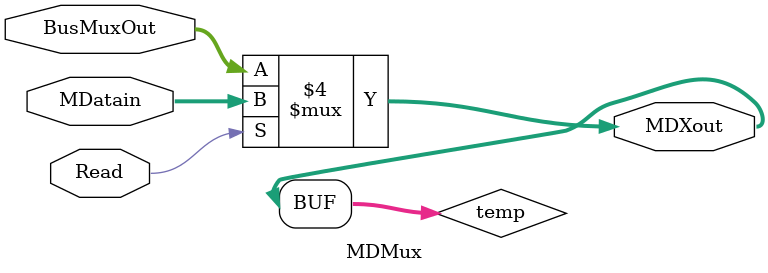
<source format=v>
module MDMux (Read, BusMuxOut, MDatain, MDXout);

input wire Read;
input wire [31:0] BusMuxOut, MDatain;
reg [31:0] temp;
output wire [31:0] MDXout;

always @ (Read) begin 

	if (Read == 0) 
		temp = BusMuxOut;
	else	
		temp = MDatain;
		
	end
	
assign MDXout = temp;

endmodule
</source>
